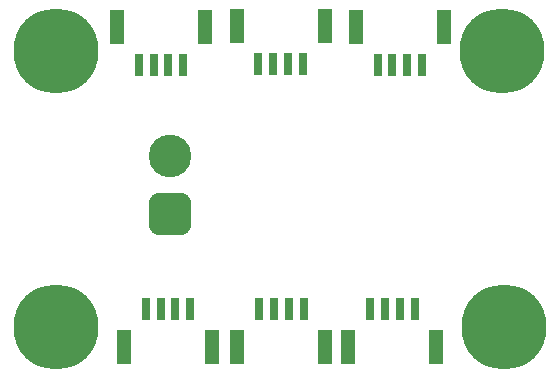
<source format=gbs>
G04*
G04 #@! TF.GenerationSoftware,Altium Limited,Altium Designer,19.1.8 (144)*
G04*
G04 Layer_Color=16711935*
%FSLAX44Y44*%
%MOMM*%
G71*
G01*
G75*
%ADD24C,7.2032*%
%ADD35R,1.2032X2.9032*%
%ADD36R,0.8032X1.9032*%
G04:AMPARAMS|DCode=37|XSize=3.6032mm|YSize=3.6032mm|CornerRadius=0.9516mm|HoleSize=0mm|Usage=FLASHONLY|Rotation=180.000|XOffset=0mm|YOffset=0mm|HoleType=Round|Shape=RoundedRectangle|*
%AMROUNDEDRECTD37*
21,1,3.6032,1.7000,0,0,180.0*
21,1,1.7000,3.6032,0,0,180.0*
1,1,1.9032,-0.8500,0.8500*
1,1,1.9032,0.8500,0.8500*
1,1,1.9032,0.8500,-0.8500*
1,1,1.9032,-0.8500,-0.8500*
%
%ADD37ROUNDEDRECTD37*%
%ADD38C,3.6032*%
D24*
X1687000Y2606000D02*
D03*
X1686000Y2840000D02*
D03*
X1308000Y2606000D02*
D03*
Y2840000D02*
D03*
D35*
X1461750Y2589750D02*
D03*
X1536250D02*
D03*
X1535500Y2861000D02*
D03*
X1461000D02*
D03*
X1434250Y2860250D02*
D03*
X1359750D02*
D03*
X1636500Y2860000D02*
D03*
X1562000D02*
D03*
X1555750Y2589750D02*
D03*
X1630250D02*
D03*
X1365750D02*
D03*
X1440250D02*
D03*
D36*
X1480250Y2621750D02*
D03*
X1492750D02*
D03*
X1517750D02*
D03*
X1505250D02*
D03*
X1517000Y2829000D02*
D03*
X1504500D02*
D03*
X1479500D02*
D03*
X1492000D02*
D03*
X1415750Y2828250D02*
D03*
X1403250D02*
D03*
X1378250D02*
D03*
X1390750D02*
D03*
X1618000Y2828000D02*
D03*
X1605500D02*
D03*
X1580500D02*
D03*
X1593000D02*
D03*
X1574250Y2621750D02*
D03*
X1586750D02*
D03*
X1611750D02*
D03*
X1599250D02*
D03*
X1384250D02*
D03*
X1396750D02*
D03*
X1421750D02*
D03*
X1409250D02*
D03*
D37*
X1405000Y2702000D02*
D03*
D38*
Y2751000D02*
D03*
M02*

</source>
